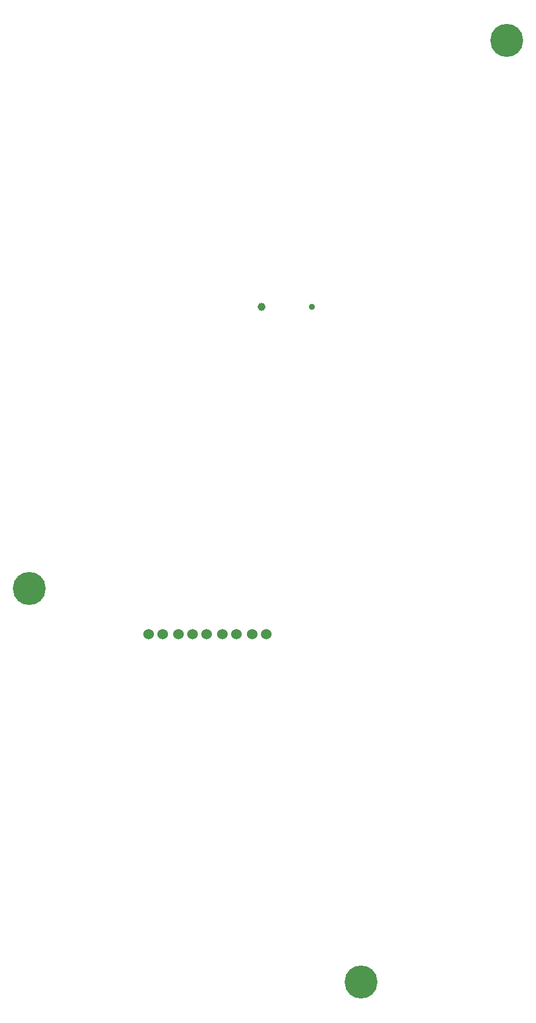
<source format=gbr>
%TF.GenerationSoftware,Altium Limited,Altium Designer,24.3.1 (35)*%
G04 Layer_Color=0*
%FSLAX25Y25*%
%MOIN*%
%TF.SameCoordinates,1C50E6C9-DA4A-4B26-87AC-B265A0C711DB*%
%TF.FilePolarity,Positive*%
%TF.FileFunction,NonPlated,1,2,NPTH,Drill*%
%TF.Part,Single*%
G01*
G75*
%TA.AperFunction,OtherDrill,Pad Free-16 (1400mil,2360mil)*%
%ADD93C,0.06000*%
%TA.AperFunction,OtherDrill,Pad Free-16 (1230mil,2360mil)*%
%ADD94C,0.06000*%
%TA.AperFunction,OtherDrill,Pad Free-16 (890mil,2360mil)*%
%ADD95C,0.06000*%
%TA.AperFunction,OtherDrill,Pad Free-16 (1060mil,2360mil)*%
%ADD96C,0.06000*%
%TA.AperFunction,OtherDrill,Pad Free-16 (810mil,2360mil)*%
%ADD97C,0.06000*%
%TA.AperFunction,OtherDrill,Pad Free-16 (1140mil,2360mil)*%
%ADD98C,0.06000*%
%TA.AperFunction,OtherDrill,Pad Free-16 (980mil,2360mil)*%
%ADD99C,0.06000*%
%TA.AperFunction,OtherDrill,Pad Free-16 (1310mil,2360mil)*%
%ADD100C,0.06000*%
%TA.AperFunction,OtherDrill,Pad Free-16 (1480mil,2360mil)*%
%ADD101C,0.06000*%
%TA.AperFunction,OtherDrill,Pad Free-17 (2020mil,380mil)*%
%ADD102C,0.18750*%
%TA.AperFunction,OtherDrill,Pad Free-17 (130mil,2620mil)*%
%ADD103C,0.18750*%
%TA.AperFunction,OtherDrill,Pad Free-17 (2850mil,5740mil)*%
%ADD104C,0.18750*%
%TA.AperFunction,ComponentDrill*%
%ADD105C,0.04567*%
%ADD106C,0.03543*%
D93*
X140000Y236000D02*
D03*
D94*
X123000D02*
D03*
D95*
X89000D02*
D03*
D96*
X106000D02*
D03*
D97*
X81000D02*
D03*
D98*
X114000D02*
D03*
D99*
X98000D02*
D03*
D100*
X131000D02*
D03*
D101*
X148000D02*
D03*
D102*
X202000Y38000D02*
D03*
D103*
X13000Y262000D02*
D03*
D104*
X285000Y574000D02*
D03*
D105*
X145442Y422500D02*
D03*
D106*
X173985D02*
D03*
%TF.MD5,1f27693699424ff487982aface1e0ca3*%
M02*

</source>
